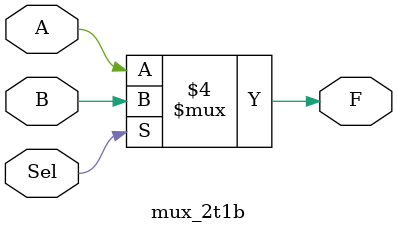
<source format=v>
module mux_2t1b (
    input A,
    input B,
    input Sel,
    output reg F
);

    always @(*) begin
        if (Sel == 1'b0)
            F = A;
        else
            F = B;
    end

endmodule

</source>
